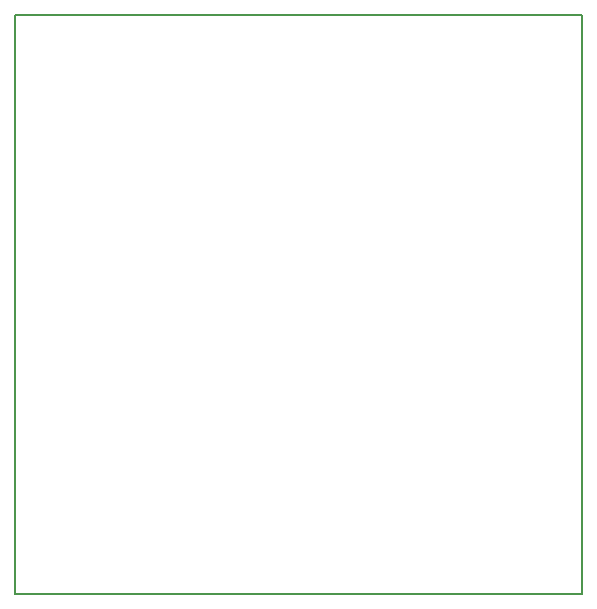
<source format=gm1>
G04 #@! TF.GenerationSoftware,KiCad,Pcbnew,(5.1.6)-1*
G04 #@! TF.CreationDate,2020-07-07T21:46:09+02:00*
G04 #@! TF.ProjectId,ToF_camera_VGA,546f465f-6361-46d6-9572-615f5647412e,rev?*
G04 #@! TF.SameCoordinates,Original*
G04 #@! TF.FileFunction,Profile,NP*
%FSLAX46Y46*%
G04 Gerber Fmt 4.6, Leading zero omitted, Abs format (unit mm)*
G04 Created by KiCad (PCBNEW (5.1.6)-1) date 2020-07-07 21:46:09*
%MOMM*%
%LPD*%
G01*
G04 APERTURE LIST*
G04 #@! TA.AperFunction,Profile*
%ADD10C,0.150000*%
G04 #@! TD*
G04 APERTURE END LIST*
D10*
X139000000Y-130000000D02*
X91000000Y-130000000D01*
X139000000Y-81000000D02*
X91000000Y-81000000D01*
X91000000Y-130000000D02*
X91000000Y-81000000D01*
X139000000Y-130000000D02*
X139000000Y-81000000D01*
M02*

</source>
